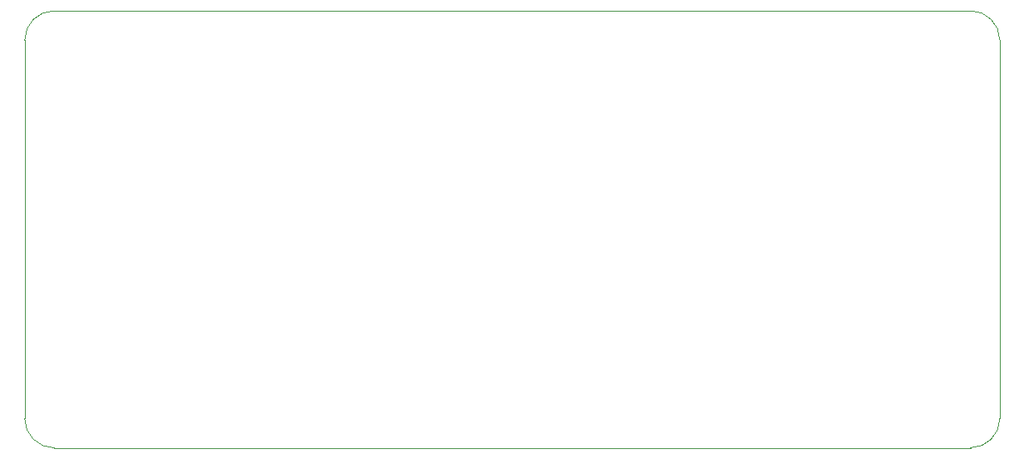
<source format=gbr>
%TF.GenerationSoftware,KiCad,Pcbnew,9.0.0*%
%TF.CreationDate,2025-08-28T15:42:06-07:00*%
%TF.ProjectId,Simple_12V_Panel,53696d70-6c65-45f3-9132-565f50616e65,rev?*%
%TF.SameCoordinates,Original*%
%TF.FileFunction,Profile,NP*%
%FSLAX46Y46*%
G04 Gerber Fmt 4.6, Leading zero omitted, Abs format (unit mm)*
G04 Created by KiCad (PCBNEW 9.0.0) date 2025-08-28 15:42:06*
%MOMM*%
%LPD*%
G01*
G04 APERTURE LIST*
%TA.AperFunction,Profile*%
%ADD10C,0.050000*%
%TD*%
G04 APERTURE END LIST*
D10*
X113068022Y-124822639D02*
G75*
G02*
X110067961Y-121822639I-22J3000039D01*
G01*
X209328022Y-121822639D02*
G75*
G02*
X206328022Y-124822622I-3000022J39D01*
G01*
X110068022Y-83322639D02*
G75*
G02*
X113068022Y-80322622I2999978J39D01*
G01*
X206328022Y-80322639D02*
G75*
G02*
X209327961Y-83322639I-22J-2999961D01*
G01*
X110068022Y-121822639D02*
X110068022Y-83322639D01*
X209328022Y-83322639D02*
X209328022Y-121822639D01*
X206328022Y-124822639D02*
X113068022Y-124822639D01*
X113068022Y-80322639D02*
X206328022Y-80322639D01*
M02*

</source>
